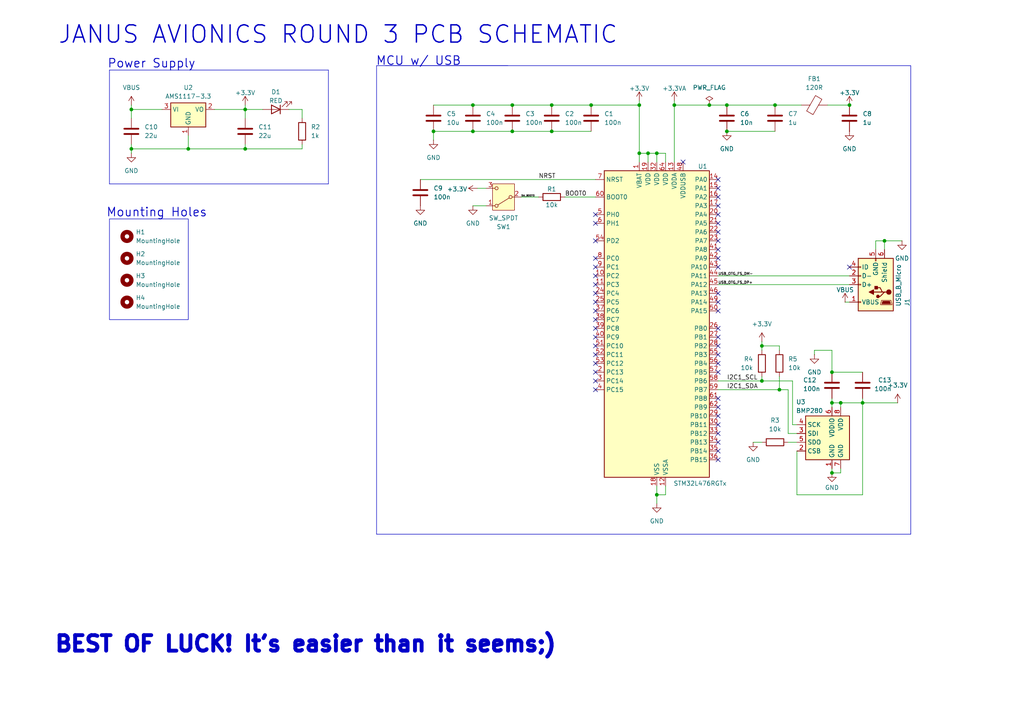
<source format=kicad_sch>
(kicad_sch (version 20250114) (generator "eeschema") (generator_version "9.0")
  (paper "A4")
  (lib_symbols
    (symbol "Connector:USB_B_Micro" (pin_names (offset 1.016))
      (property "Reference" "J" (at -5.08 11.43 0))
      (property "Value" "USB_B_Micro" (at -5.08 8.89 0))
      (symbol "USB_B_Micro_0_1"
        (rectangle (start -5.08 -7.62) (end 5.08 7.62) (stroke (width 0.254)) (fill (type background)))
        (polyline (pts (xy -4.699 5.842) (xy -4.699 5.588) (xy -4.445 4.826) (xy -4.445 4.572) (xy -1.651 4.572) (xy -1.651 4.826) (xy -1.397 5.588) (xy -1.397 5.842) (xy -4.699 5.842)))
        (polyline (pts (xy -4.318 5.588) (xy -1.778 5.588) (xy -2.032 4.826) (xy -4.064 4.826) (xy -4.318 5.588)) (fill (type outline)))
        (circle (center -3.81 2.159) (radius 0.635) (stroke (width 0.254)) (fill (type outline)))
        (polyline (pts (xy -3.175 2.159) (xy -2.54 2.159) (xy -1.27 3.429) (xy -0.635 3.429)) (stroke (width 0.254)))
        (polyline (pts (xy -2.54 2.159) (xy -1.905 2.159) (xy -1.27 0.889) (xy 0 0.889)) (stroke (width 0.254)))
        (polyline (pts (xy -1.905 2.159) (xy 0.635 2.159)) (stroke (width 0.254)))
        (circle (center -0.635 3.429) (radius 0.381) (stroke (width 0.254)) (fill (type outline)))
        (rectangle (start -0.127 -7.62) (end 0.127 -6.858))
        (rectangle (start 0.254 1.27) (end -0.508 0.508) (stroke (width 0.254)) (fill (type outline)))
        (polyline (pts (xy 0.635 2.794) (xy 0.635 1.524) (xy 1.905 2.159) (xy 0.635 2.794)) (stroke (width 0.254)) (fill (type outline)))
        (rectangle (start 5.08 4.953) (end 4.318 5.207))
        (rectangle (start 5.08 -0.127) (end 4.318 0.127))
        (rectangle (start 5.08 -2.667) (end 4.318 -2.413))
        (rectangle (start 5.08 -5.207) (end 4.318 -4.953))
      )
      (symbol "USB_B_Micro_1_1"
        (pin passive line (at -2.54 -10.16 90) (length 2.54) (name "Shield") (number "6"))
        (pin power_out line (at 0 -10.16 90) (length 2.54) (name "GND") (number "5"))
        (pin power_out line (at 7.62 5.08 180) (length 2.54) (name "VBUS") (number "1"))
        (pin bidirectional line (at 7.62 0 180) (length 2.54) (name "D+") (number "3"))
        (pin bidirectional line (at 7.62 -2.54 180) (length 2.54) (name "D-") (number "2"))
        (pin passive line (at 7.62 -5.08 180) (length 2.54) (name "ID") (number "4"))
      )
    )
    (symbol "Device:C" (pin_numbers (hide yes)) (pin_names (offset 0.254))
      (property "Reference" "C" (at 0.635 2.54 0))
      (property "Value" "C" (at 0.635 -2.54 0))
      (symbol "C_0_1"
        (polyline (pts (xy -2.032 0.762) (xy 2.032 0.762)) (stroke (width 0.508)))
        (polyline (pts (xy -2.032 -0.762) (xy 2.032 -0.762)) (stroke (width 0.508)))
      )
      (symbol "C_1_1"
        (pin passive line (at 0 3.81 270) (length 2.794) (name "~") (number "1"))
        (pin passive line (at 0 -3.81 90) (length 2.794) (name "~") (number "2"))
      )
    )
    (symbol "Device:FerriteBead" (pin_numbers (hide yes)) (pin_names (offset 0))
      (property "Reference" "FB" (at -3.81 0.635 90))
      (property "Value" "FerriteBead" (at 3.81 0 90))
      (symbol "FerriteBead_0_1"
        (polyline (pts (xy -2.7686 0.4064) (xy -1.7018 2.2606) (xy 2.7686 -0.3048) (xy 1.6764 -2.159) (xy -2.7686 0.4064)))
        (polyline (pts (xy 0 1.27) (xy 0 1.2954)))
        (polyline (pts (xy 0 -1.27) (xy 0 -1.2192)))
      )
      (symbol "FerriteBead_1_1"
        (pin passive line (at 0 3.81 270) (length 2.54) (name "~") (number "1"))
        (pin passive line (at 0 -3.81 90) (length 2.54) (name "~") (number "2"))
      )
    )
    (symbol "Device:LED" (pin_numbers (hide yes)) (pin_names (offset 1.016) (hide yes))
      (property "Reference" "D" (at 0 2.54 0))
      (property "Value" "LED" (at 0 -2.54 0))
      (symbol "LED_0_1"
        (polyline (pts (xy -3.048 -0.762) (xy -4.572 -2.286) (xy -3.81 -2.286) (xy -4.572 -2.286) (xy -4.572 -1.524)))
        (polyline (pts (xy -1.778 -0.762) (xy -3.302 -2.286) (xy -2.54 -2.286) (xy -3.302 -2.286) (xy -3.302 -1.524)))
        (polyline (pts (xy -1.27 0) (xy 1.27 0)))
        (polyline (pts (xy -1.27 -1.27) (xy -1.27 1.27)) (stroke (width 0.254)))
        (polyline (pts (xy 1.27 -1.27) (xy 1.27 1.27) (xy -1.27 0) (xy 1.27 -1.27)) (stroke (width 0.254)))
      )
      (symbol "LED_1_1"
        (pin passive line (at -3.81 0 0) (length 2.54) (name "K") (number "1"))
        (pin passive line (at 3.81 0 180) (length 2.54) (name "A") (number "2"))
      )
    )
    (symbol "Device:R" (pin_numbers (hide yes)) (pin_names (offset 0))
      (property "Reference" "R" (at 2.032 0 90))
      (property "Value" "R" (at 0 0 90))
      (symbol "R_0_1"
        (rectangle (start -1.016 -2.54) (end 1.016 2.54) (stroke (width 0.254)))
      )
      (symbol "R_1_1"
        (pin passive line (at 0 3.81 270) (length 1.27) (name "~") (number "1"))
        (pin passive line (at 0 -3.81 90) (length 1.27) (name "~") (number "2"))
      )
    )
    (symbol "MCU_ST_STM32L4:STM32L476RGTx"
      (property "Reference" "U" (at -15.24 46.99 0))
      (property "Value" "STM32L476RGTx" (at 10.16 46.99 0))
      (symbol "STM32L476RGTx_0_1"
        (rectangle (start -15.24 -43.18) (end 15.24 45.72) (stroke (width 0.254)) (fill (type background)))
      )
      (symbol "STM32L476RGTx_1_1"
        (pin input line (at -17.78 43.18 0) (length 2.54) (name "NRST") (number "7"))
        (pin input line (at -17.78 38.1 0) (length 2.54) (name "BOOT0") (number "60"))
        (pin bidirectional line (at -17.78 33.02 0) (length 2.54) (name "PH0") (number "5"))
        (pin bidirectional line (at -17.78 30.48 0) (length 2.54) (name "PH1") (number "6"))
        (pin bidirectional line (at -17.78 25.4 0) (length 2.54) (name "PD2") (number "54"))
        (pin bidirectional line (at -17.78 20.32 0) (length 2.54) (name "PC0") (number "8"))
        (pin bidirectional line (at -17.78 17.78 0) (length 2.54) (name "PC1") (number "9"))
        (pin bidirectional line (at -17.78 15.24 0) (length 2.54) (name "PC2") (number "10"))
        (pin bidirectional line (at -17.78 12.7 0) (length 2.54) (name "PC3") (number "11"))
        (pin bidirectional line (at -17.78 10.16 0) (length 2.54) (name "PC4") (number "24"))
        (pin bidirectional line (at -17.78 7.62 0) (length 2.54) (name "PC5") (number "25"))
        (pin bidirectional line (at -17.78 5.08 0) (length 2.54) (name "PC6") (number "37"))
        (pin bidirectional line (at -17.78 2.54 0) (length 2.54) (name "PC7") (number "38"))
        (pin bidirectional line (at -17.78 0 0) (length 2.54) (name "PC8") (number "39"))
        (pin bidirectional line (at -17.78 -2.54 0) (length 2.54) (name "PC9") (number "40"))
        (pin bidirectional line (at -17.78 -5.08 0) (length 2.54) (name "PC10") (number "51"))
        (pin bidirectional line (at -17.78 -7.62 0) (length 2.54) (name "PC11") (number "52"))
        (pin bidirectional line (at -17.78 -10.16 0) (length 2.54) (name "PC12") (number "53"))
        (pin bidirectional line (at -17.78 -12.7 0) (length 2.54) (name "PC13") (number "2"))
        (pin bidirectional line (at -17.78 -15.24 0) (length 2.54) (name "PC14") (number "3"))
        (pin bidirectional line (at -17.78 -17.78 0) (length 2.54) (name "PC15") (number "4"))
        (pin power_in line (at -5.08 48.26 270) (length 2.54) (name "VBAT") (number "1"))
        (pin power_in line (at -2.54 48.26 270) (length 2.54) (name "VDD") (number "19"))
        (pin power_in line (at 0 48.26 270) (length 2.54) (name "VDD") (number "32"))
        (pin power_in line (at 0 -45.72 90) (length 2.54) (name "VSS") (number "18"))
        (pin passive line (at 0 -45.72 90) (length 2.54) (hide yes) (name "VSS") (number "31"))
        (pin passive line (at 0 -45.72 90) (length 2.54) (hide yes) (name "VSS") (number "47"))
        (pin passive line (at 0 -45.72 90) (length 2.54) (hide yes) (name "VSS") (number "63"))
        (pin power_in line (at 2.54 48.26 270) (length 2.54) (name "VDD") (number "64"))
        (pin power_in line (at 2.54 -45.72 90) (length 2.54) (name "VSSA") (number "12"))
        (pin power_in line (at 5.08 48.26 270) (length 2.54) (name "VDDA") (number "13"))
        (pin power_in line (at 7.62 48.26 270) (length 2.54) (name "VDDUSB") (number "48"))
        (pin bidirectional line (at 17.78 43.18 180) (length 2.54) (name "PA0") (number "14"))
        (pin bidirectional line (at 17.78 40.64 180) (length 2.54) (name "PA1") (number "15"))
        (pin bidirectional line (at 17.78 38.1 180) (length 2.54) (name "PA2") (number "16"))
        (pin bidirectional line (at 17.78 35.56 180) (length 2.54) (name "PA3") (number "17"))
        (pin bidirectional line (at 17.78 33.02 180) (length 2.54) (name "PA4") (number "20"))
        (pin bidirectional line (at 17.78 30.48 180) (length 2.54) (name "PA5") (number "21"))
        (pin bidirectional line (at 17.78 27.94 180) (length 2.54) (name "PA6") (number "22"))
        (pin bidirectional line (at 17.78 25.4 180) (length 2.54) (name "PA7") (number "23"))
        (pin bidirectional line (at 17.78 22.86 180) (length 2.54) (name "PA8") (number "41"))
        (pin bidirectional line (at 17.78 20.32 180) (length 2.54) (name "PA9") (number "42"))
        (pin bidirectional line (at 17.78 17.78 180) (length 2.54) (name "PA10") (number "43"))
        (pin bidirectional line (at 17.78 15.24 180) (length 2.54) (name "PA11") (number "44"))
        (pin bidirectional line (at 17.78 12.7 180) (length 2.54) (name "PA12") (number "45"))
        (pin bidirectional line (at 17.78 10.16 180) (length 2.54) (name "PA13") (number "46"))
        (pin bidirectional line (at 17.78 7.62 180) (length 2.54) (name "PA14") (number "49"))
        (pin bidirectional line (at 17.78 5.08 180) (length 2.54) (name "PA15") (number "50"))
        (pin bidirectional line (at 17.78 0 180) (length 2.54) (name "PB0") (number "26"))
        (pin bidirectional line (at 17.78 -2.54 180) (length 2.54) (name "PB1") (number "27"))
        (pin bidirectional line (at 17.78 -5.08 180) (length 2.54) (name "PB2") (number "28"))
        (pin bidirectional line (at 17.78 -7.62 180) (length 2.54) (name "PB3") (number "55"))
        (pin bidirectional line (at 17.78 -10.16 180) (length 2.54) (name "PB4") (number "56"))
        (pin bidirectional line (at 17.78 -12.7 180) (length 2.54) (name "PB5") (number "57"))
        (pin bidirectional line (at 17.78 -15.24 180) (length 2.54) (name "PB6") (number "58"))
        (pin bidirectional line (at 17.78 -17.78 180) (length 2.54) (name "PB7") (number "59"))
        (pin bidirectional line (at 17.78 -20.32 180) (length 2.54) (name "PB8") (number "61"))
        (pin bidirectional line (at 17.78 -22.86 180) (length 2.54) (name "PB9") (number "62"))
        (pin bidirectional line (at 17.78 -25.4 180) (length 2.54) (name "PB10") (number "29"))
        (pin bidirectional line (at 17.78 -27.94 180) (length 2.54) (name "PB11") (number "30"))
        (pin bidirectional line (at 17.78 -30.48 180) (length 2.54) (name "PB12") (number "33"))
        (pin bidirectional line (at 17.78 -33.02 180) (length 2.54) (name "PB13") (number "34"))
        (pin bidirectional line (at 17.78 -35.56 180) (length 2.54) (name "PB14") (number "35"))
        (pin bidirectional line (at 17.78 -38.1 180) (length 2.54) (name "PB15") (number "36"))
      )
    )
    (symbol "Mechanical:MountingHole" (pin_names (offset 1.016)) (exclude_from_sim yes) (in_bom no)
      (property "Reference" "H" (at 0 5.08 0))
      (property "Value" "MountingHole" (at 0 3.175 0))
      (symbol "MountingHole_0_1"
        (circle (center 0 0) (radius 1.27) (stroke (width 1.27)))
      )
    )
    (symbol "Regulator_Linear:AMS1117-3.3"
      (property "Reference" "U" (at -3.81 3.175 0))
      (property "Value" "AMS1117-3.3" (at 0 3.175 0))
      (symbol "AMS1117-3.3_0_1"
        (rectangle (start -5.08 -5.08) (end 5.08 1.905) (stroke (width 0.254)) (fill (type background)))
      )
      (symbol "AMS1117-3.3_1_1"
        (pin power_in line (at -7.62 0 0) (length 2.54) (name "VI") (number "3"))
        (pin power_in line (at 0 -7.62 90) (length 2.54) (name "GND") (number "1"))
        (pin power_out line (at 7.62 0 180) (length 2.54) (name "VO") (number "2"))
      )
    )
    (symbol "Sensor_Pressure:BMP280"
      (property "Reference" "U" (at -7.62 10.16 0))
      (property "Value" "BMP280" (at 5.08 10.16 0))
      (symbol "BMP280_0_1"
        (rectangle (start -7.62 -5.08) (end 5.08 7.62) (stroke (width 0.254)) (fill (type background)))
      )
      (symbol "BMP280_1_1"
        (pin input line (at -10.16 5.08 0) (length 2.54) (name "SCK") (number "4"))
        (pin bidirectional line (at -10.16 2.54 0) (length 2.54) (name "SDI") (number "3"))
        (pin bidirectional line (at -10.16 0 0) (length 2.54) (name "SDO") (number "5"))
        (pin input line (at -10.16 -2.54 0) (length 2.54) (name "CSB") (number "2"))
        (pin power_in line (at 0 10.16 270) (length 2.54) (name "VDDIO") (number "6"))
        (pin power_in line (at 0 -7.62 90) (length 2.54) (name "GND") (number "1"))
        (pin power_in line (at 2.54 10.16 270) (length 2.54) (name "VDD") (number "8"))
        (pin power_in line (at 2.54 -7.62 90) (length 2.54) (name "GND") (number "7"))
      )
    )
    (symbol "Switch:SW_SPDT" (pin_names (offset 0) (hide yes))
      (property "Reference" "SW" (at 0 5.08 0))
      (property "Value" "SW_SPDT" (at 0 -5.08 0))
      (symbol "SW_SPDT_0_1"
        (circle (center -2.032 0) (radius 0.4572))
        (polyline (pts (xy -1.651 0.254) (xy 1.651 2.286)))
        (circle (center 2.032 2.54) (radius 0.4572))
        (circle (center 2.032 -2.54) (radius 0.4572))
      )
      (symbol "SW_SPDT_1_1"
        (rectangle (start -3.175 3.81) (end 3.175 -3.81) (fill (type background)))
        (pin passive line (at -5.08 0 0) (length 2.54) (name "B") (number "2"))
        (pin passive line (at 5.08 2.54 180) (length 2.54) (name "A") (number "1"))
        (pin passive line (at 5.08 -2.54 180) (length 2.54) (name "C") (number "3"))
      )
    )
    (symbol "power:+3.3V" (power) (pin_numbers (hide yes)) (pin_names (offset 0) (hide yes))
      (property "Value" "+3.3V" (at 0 3.556 0))
      (symbol "+3.3V_0_1"
        (polyline (pts (xy -0.762 1.27) (xy 0 2.54)))
        (polyline (pts (xy 0 2.54) (xy 0.762 1.27)))
        (polyline (pts (xy 0 0) (xy 0 2.54)))
      )
      (symbol "+3.3V_1_1"
        (pin power_in line (at 0 0 90) (length 0) (name "~") (number "1"))
      )
    )
    (symbol "power:+3.3VA" (power) (pin_numbers (hide yes)) (pin_names (offset 0) (hide yes))
      (property "Value" "+3.3VA" (at 0 3.556 0))
      (symbol "+3.3VA_0_1"
        (polyline (pts (xy -0.762 1.27) (xy 0 2.54)))
        (polyline (pts (xy 0 2.54) (xy 0.762 1.27)))
        (polyline (pts (xy 0 0) (xy 0 2.54)))
      )
      (symbol "+3.3VA_1_1"
        (pin power_in line (at 0 0 90) (length 0) (name "~") (number "1"))
      )
    )
    (symbol "power:GND" (power) (pin_numbers (hide yes)) (pin_names (offset 0) (hide yes))
      (property "Value" "GND" (at 0 -3.81 0))
      (symbol "GND_0_1"
        (polyline (pts (xy 0 0) (xy 0 -1.27) (xy 1.27 -1.27) (xy 0 -2.54) (xy -1.27 -1.27) (xy 0 -1.27)))
      )
      (symbol "GND_1_1"
        (pin power_in line (at 0 0 270) (length 0) (name "~") (number "1"))
      )
    )
    (symbol "power:PWR_FLAG" (power) (pin_numbers (hide yes)) (pin_names (offset 0) (hide yes))
      (property "Value" "PWR_FLAG" (at 0 3.81 0))
      (symbol "PWR_FLAG_0_0"
        (pin power_out line (at 0 0 90) (length 0) (name "~") (number "1"))
      )
      (symbol "PWR_FLAG_0_1"
        (polyline (pts (xy 0 0) (xy 0 1.27) (xy -1.016 1.905) (xy 0 2.54) (xy 1.016 1.905) (xy 0 1.27)))
      )
    )
    (symbol "power:VBUS" (power) (pin_numbers (hide yes)) (pin_names (offset 0) (hide yes))
      (property "Value" "VBUS" (at 0 3.556 0))
      (symbol "VBUS_0_1"
        (polyline (pts (xy -0.762 1.27) (xy 0 2.54)))
        (polyline (pts (xy 0 2.54) (xy 0.762 1.27)))
        (polyline (pts (xy 0 0) (xy 0 2.54)))
      )
      (symbol "VBUS_1_1"
        (pin power_in line (at 0 0 90) (length 0) (name "~") (number "1"))
      )
    )
  )
  (rectangle (start 31.75 63.5) (end 54.61 92.71))
  (text "Mounting Holes\n" (at 45.466 61.722 0) (effects (font (size 2.5 2.5) (thickness 0.254) (bold yes))))
  (text "JANUS AVIONICS ROUND 3 PCB SCHEMATIC" (at 98.044 10.16 0) (effects (font (size 5 5) (thickness 0.4) (bold yes))))
  (text "BEST OF LUCK! It's easier than it seems;)\n" (at 88.646 186.944 0) (effects (font (size 4.5 4.5) (thickness 1.2) (bold yes))))
  (text "MCU w/ USB" (at 121.412 17.78 0) (effects (font (size 2.5 2.5) (thickness 0.254) (bold yes))))
  (text "Power Supply\n" (at 43.942 18.542 0) (effects (font (size 2.5 2.5) (thickness 0.254) (bold yes))))
  (junction (at 171.45 30.48))
  (junction (at 185.42 44.45))
  (junction (at 250.19 116.84))
  (junction (at 241.3 107.95))
  (junction (at 210.82 38.1))
  (junction (at 241.3 116.84))
  (junction (at 160.02 30.48))
  (junction (at 137.16 30.48))
  (junction (at 190.5 44.45))
  (junction (at 243.84 116.84))
  (junction (at 224.79 30.48))
  (junction (at 220.98 100.33))
  (junction (at 148.59 30.48))
  (junction (at 71.12 31.75))
  (junction (at 210.82 30.48))
  (junction (at 185.42 30.48))
  (junction (at 148.59 38.1))
  (junction (at 190.5 143.51))
  (junction (at 38.1 31.75))
  (junction (at 195.58 30.48))
  (junction (at 187.96 44.45))
  (junction (at 241.3 137.16))
  (junction (at 205.74 30.48))
  (junction (at 246.38 30.48))
  (junction (at 71.12 43.18))
  (junction (at 125.73 38.1))
  (junction (at 160.02 38.1))
  (junction (at 226.06 113.03))
  (junction (at 137.16 38.1))
  (junction (at 256.54 69.85))
  (junction (at 38.1 43.18))
  (junction (at 54.61 43.18))
  (junction (at 220.98 110.49))
  (no_connect (at 208.28 87.63))
  (no_connect (at 208.28 102.87))
  (no_connect (at 208.28 62.23))
  (no_connect (at 172.72 80.01))
  (no_connect (at 208.28 123.19))
  (no_connect (at 208.28 90.17))
  (no_connect (at 208.28 125.73))
  (no_connect (at 172.72 102.87))
  (no_connect (at 208.28 105.41))
  (no_connect (at 208.28 64.77))
  (no_connect (at 172.72 110.49))
  (no_connect (at 208.28 95.25))
  (no_connect (at 208.28 77.47))
  (no_connect (at 208.28 72.39))
  (no_connect (at 172.72 90.17))
  (no_connect (at 208.28 133.35))
  (no_connect (at 208.28 107.95))
  (no_connect (at 172.72 82.55))
  (no_connect (at 172.72 97.79))
  (no_connect (at 208.28 118.11))
  (no_connect (at 172.72 105.41))
  (no_connect (at 172.72 77.47))
  (no_connect (at 172.72 69.85))
  (no_connect (at 208.28 59.69))
  (no_connect (at 198.12 46.99))
  (no_connect (at 208.28 120.65))
  (no_connect (at 208.28 57.15))
  (no_connect (at 208.28 74.93))
  (no_connect (at 208.28 100.33))
  (no_connect (at 208.28 130.81))
  (no_connect (at 246.38 77.47))
  (no_connect (at 172.72 74.93))
  (no_connect (at 172.72 87.63))
  (no_connect (at 172.72 85.09))
  (no_connect (at 172.72 100.33))
  (no_connect (at 208.28 97.79))
  (no_connect (at 172.72 113.03))
  (no_connect (at 172.72 64.77))
  (no_connect (at 208.28 128.27))
  (no_connect (at 172.72 107.95))
  (no_connect (at 208.28 67.31))
  (no_connect (at 172.72 62.23))
  (no_connect (at 208.28 52.07))
  (no_connect (at 172.72 92.71))
  (no_connect (at 172.72 95.25))
  (no_connect (at 208.28 54.61))
  (no_connect (at 208.28 115.57))
  (no_connect (at 208.28 69.85))
  (no_connect (at 208.28 85.09))
  (wire (pts (xy 241.3 116.84) (xy 243.84 116.84)))
  (polyline (pts (xy 31.75 53.34) (xy 95.25 53.34)))
  (wire (pts (xy 220.98 100.33) (xy 226.06 100.33)))
  (wire (pts (xy 205.74 30.48) (xy 210.82 30.48)))
  (wire (pts (xy 254 69.85) (xy 256.54 69.85)))
  (wire (pts (xy 241.3 101.6) (xy 241.3 107.95)))
  (wire (pts (xy 160.02 38.1) (xy 171.45 38.1)))
  (wire (pts (xy 243.84 116.84) (xy 250.19 116.84)))
  (wire (pts (xy 224.79 30.48) (xy 232.41 30.48)))
  (wire (pts (xy 148.59 30.48) (xy 160.02 30.48)))
  (wire (pts (xy 38.1 30.48) (xy 38.1 31.75)))
  (polyline (pts (xy 109.22 154.94) (xy 109.22 19.05)))
  (wire (pts (xy 190.5 44.45) (xy 193.04 44.45)))
  (wire (pts (xy 195.58 30.48) (xy 195.58 46.99)))
  (wire (pts (xy 87.63 31.75) (xy 87.63 34.29)))
  (wire (pts (xy 38.1 41.91) (xy 38.1 43.18)))
  (wire (pts (xy 71.12 31.75) (xy 76.2 31.75)))
  (wire (pts (xy 54.61 39.37) (xy 54.61 43.18)))
  (wire (pts (xy 87.63 41.91) (xy 87.63 43.18)))
  (polyline (pts (xy 109.22 19.05) (xy 147.32 19.05)))
  (wire (pts (xy 185.42 44.45) (xy 187.96 44.45)))
  (wire (pts (xy 229.87 123.19) (xy 231.14 123.19)))
  (wire (pts (xy 193.04 140.97) (xy 193.04 143.51)))
  (wire (pts (xy 245.11 87.63) (xy 246.38 87.63)))
  (wire (pts (xy 193.04 46.99) (xy 193.04 44.45)))
  (polyline (pts (xy 31.75 20.32) (xy 95.25 20.32)))
  (wire (pts (xy 171.45 30.48) (xy 185.42 30.48)))
  (wire (pts (xy 137.16 59.69) (xy 140.97 59.69)))
  (wire (pts (xy 228.6 125.73) (xy 228.6 113.03)))
  (wire (pts (xy 83.82 31.75) (xy 87.63 31.75)))
  (wire (pts (xy 38.1 31.75) (xy 46.99 31.75)))
  (polyline (pts (xy 264.16 19.05) (xy 264.16 154.94)))
  (polyline (pts (xy 111.76 19.05) (xy 264.16 19.05)))
  (wire (pts (xy 193.04 143.51) (xy 190.5 143.51)))
  (wire (pts (xy 243.84 116.84) (xy 243.84 118.11)))
  (wire (pts (xy 54.61 43.18) (xy 71.12 43.18)))
  (wire (pts (xy 220.98 99.06) (xy 220.98 100.33)))
  (wire (pts (xy 228.6 125.73) (xy 231.14 125.73)))
  (wire (pts (xy 218.44 128.27) (xy 220.98 128.27)))
  (wire (pts (xy 208.28 82.55) (xy 246.38 82.55)))
  (wire (pts (xy 38.1 43.18) (xy 54.61 43.18)))
  (wire (pts (xy 71.12 30.48) (xy 71.12 31.75)))
  (wire (pts (xy 210.82 38.1) (xy 224.79 38.1)))
  (wire (pts (xy 138.43 54.61) (xy 140.97 54.61)))
  (wire (pts (xy 241.3 116.84) (xy 241.3 118.11)))
  (wire (pts (xy 228.6 113.03) (xy 226.06 113.03)))
  (wire (pts (xy 220.98 100.33) (xy 220.98 101.6)))
  (wire (pts (xy 151.13 57.15) (xy 156.21 57.15)))
  (wire (pts (xy 236.22 101.6) (xy 241.3 101.6)))
  (wire (pts (xy 241.3 137.16) (xy 243.84 137.16)))
  (wire (pts (xy 71.12 31.75) (xy 71.12 34.29)))
  (wire (pts (xy 190.5 143.51) (xy 190.5 146.05)))
  (wire (pts (xy 148.59 38.1) (xy 160.02 38.1)))
  (wire (pts (xy 240.03 30.48) (xy 246.38 30.48)))
  (wire (pts (xy 163.83 57.15) (xy 172.72 57.15)))
  (wire (pts (xy 195.58 30.48) (xy 205.74 30.48)))
  (wire (pts (xy 231.14 130.81) (xy 231.14 143.51)))
  (wire (pts (xy 190.5 46.99) (xy 190.5 44.45)))
  (wire (pts (xy 254 72.39) (xy 254 69.85)))
  (wire (pts (xy 185.42 29.21) (xy 185.42 30.48)))
  (wire (pts (xy 241.3 115.57) (xy 241.3 116.84)))
  (wire (pts (xy 195.58 29.21) (xy 195.58 30.48)))
  (wire (pts (xy 210.82 30.48) (xy 224.79 30.48)))
  (wire (pts (xy 38.1 34.29) (xy 38.1 31.75)))
  (wire (pts (xy 220.98 110.49) (xy 208.28 110.49)))
  (wire (pts (xy 236.22 102.87) (xy 236.22 101.6)))
  (wire (pts (xy 137.16 38.1) (xy 148.59 38.1)))
  (wire (pts (xy 125.73 38.1) (xy 125.73 40.64)))
  (wire (pts (xy 226.06 109.22) (xy 226.06 113.03)))
  (wire (pts (xy 241.3 107.95) (xy 250.19 107.95)))
  (wire (pts (xy 256.54 69.85) (xy 256.54 72.39)))
  (wire (pts (xy 241.3 135.89) (xy 241.3 137.16)))
  (wire (pts (xy 190.5 140.97) (xy 190.5 143.51)))
  (wire (pts (xy 125.73 38.1) (xy 137.16 38.1)))
  (polyline (pts (xy 31.75 20.32) (xy 31.75 53.34)))
  (wire (pts (xy 187.96 44.45) (xy 190.5 44.45)))
  (wire (pts (xy 250.19 115.57) (xy 250.19 116.84)))
  (wire (pts (xy 137.16 30.48) (xy 148.59 30.48)))
  (wire (pts (xy 38.1 44.45) (xy 38.1 43.18)))
  (wire (pts (xy 62.23 31.75) (xy 71.12 31.75)))
  (wire (pts (xy 185.42 44.45) (xy 185.42 46.99)))
  (polyline (pts (xy 264.16 154.94) (xy 109.22 154.94)))
  (wire (pts (xy 121.92 52.07) (xy 172.72 52.07)))
  (wire (pts (xy 226.06 100.33) (xy 226.06 101.6)))
  (wire (pts (xy 185.42 30.48) (xy 185.42 44.45)))
  (wire (pts (xy 220.98 109.22) (xy 220.98 110.49)))
  (polyline (pts (xy 95.25 20.32) (xy 95.25 53.34)))
  (wire (pts (xy 250.19 143.51) (xy 250.19 116.84)))
  (wire (pts (xy 229.87 123.19) (xy 229.87 110.49)))
  (wire (pts (xy 226.06 113.03) (xy 208.28 113.03)))
  (wire (pts (xy 243.84 135.89) (xy 243.84 137.16)))
  (wire (pts (xy 87.63 43.18) (xy 71.12 43.18)))
  (wire (pts (xy 229.87 110.49) (xy 220.98 110.49)))
  (wire (pts (xy 71.12 41.91) (xy 71.12 43.18)))
  (wire (pts (xy 160.02 30.48) (xy 171.45 30.48)))
  (wire (pts (xy 231.14 143.51) (xy 250.19 143.51)))
  (wire (pts (xy 208.28 80.01) (xy 246.38 80.01)))
  (wire (pts (xy 260.35 116.84) (xy 250.19 116.84)))
  (wire (pts (xy 187.96 46.99) (xy 187.96 44.45)))
  (wire (pts (xy 256.54 69.85) (xy 261.62 69.85)))
  (wire (pts (xy 228.6 128.27) (xy 231.14 128.27)))
  (wire (pts (xy 125.73 30.48) (xy 137.16 30.48)))
  (label "I2C1_SCL" (at 210.82 110.49 0))
  (label "NRST" (at 156.21 52.07 0))
  (label "SW_BOOT0" (at 151.13 57.15 0) (effects (font (size 0.5 0.5))))
  (label "I2C1_SDA" (at 210.82 113.03 0))
  (label "USB_OTG_FS_DP+" (at 208.28 82.55 0) (effects (font (size 0.75 0.75))))
  (label "USB_OTG_FS_DM-" (at 208.28 80.01 0) (effects (font (size 0.75 0.75))))
  (label "BOOT0" (at 163.83 57.15 0))
  (symbol (lib_id "Device:R") (at 160.02 57.15 90) (unit 1)
    (property "Reference" "R1" (at 160.02 54.864 90))
    (property "Value" "10k" (at 160.02 59.436 90))
    (property "Footprint" "Resistor_SMD:R_0402_1005Metric" (effects (hide yes)))
    (property "Description" "Resistor" (effects (hide yes)))
  )
  (symbol (lib_id "power:GND") (at 218.44 128.27 0) (unit 1)
    (property "Reference" "#PWR013" (effects (hide yes)))
    (property "Value" "GND" (at 218.44 133.35 0))
    (property "Description" "Power symbol creates a global label with name \"GND\" , ground" (effects (hide yes)))
  )
  (symbol (lib_id "Regulator_Linear:AMS1117-3.3") (at 54.61 31.75 0) (unit 1)
    (property "Reference" "U2" (at 54.61 25.4 0))
    (property "Value" "AMS1117-3.3" (at 54.61 27.94 0))
    (property "Footprint" "Package_TO_SOT_SMD:SOT-223-3_TabPin2" (effects (hide yes)))
    (property "Datasheet" "http://www.advanced-monolithic.com/pdf/ds1117.pdf" (effects (hide yes)))
    (property "Description" "1A Low Dropout regulator, positive, 3.3V fixed output, SOT-223" (effects (hide yes)))
  )
  (symbol (lib_id "Device:C") (at 210.82 34.29 0) (unit 1)
    (property "Reference" "C6" (at 214.63 33.0199 0) (effects (justify left)))
    (property "Value" "10n" (at 214.63 35.5599 0) (effects (justify left)))
    (property "Footprint" "Capacitor_SMD:C_0402_1005Metric" (effects (hide yes)))
    (property "Description" "Unpolarized capacitor" (effects (hide yes)))
  )
  (symbol (lib_id "Device:C") (at 148.59 34.29 0) (unit 1)
    (property "Reference" "C3" (at 152.4 33.0199 0) (effects (justify left)))
    (property "Value" "100n" (at 152.4 35.5599 0) (effects (justify left)))
    (property "Footprint" "Capacitor_SMD:C_0402_1005Metric" (effects (hide yes)))
    (property "Description" "Unpolarized capacitor" (effects (hide yes)))
  )
  (symbol (lib_id "Device:C") (at 171.45 34.29 0) (unit 1)
    (property "Reference" "C1" (at 175.26 33.0199 0) (effects (justify left)))
    (property "Value" "100n" (at 175.26 35.5599 0) (effects (justify left)))
    (property "Footprint" "Capacitor_SMD:C_0402_1005Metric" (effects (hide yes)))
    (property "Description" "Unpolarized capacitor" (effects (hide yes)))
  )
  (symbol (lib_id "Device:R") (at 226.06 105.41 180) (unit 1)
    (property "Reference" "R5" (at 228.6 104.1399 0) (effects (justify right)))
    (property "Value" "10k" (at 228.6 106.6799 0) (effects (justify right)))
    (property "Footprint" "Resistor_SMD:R_0402_1005Metric" (effects (hide yes)))
    (property "Description" "Resistor" (effects (hide yes)))
  )
  (symbol (lib_id "power:GND") (at 246.38 38.1 0) (unit 1)
    (property "Reference" "#PWR07" (effects (hide yes)))
    (property "Value" "GND" (at 246.38 43.18 0))
    (property "Description" "Power symbol creates a global label with name \"GND\" , ground" (effects (hide yes)))
  )
  (symbol (lib_id "power:VBUS") (at 38.1 30.48 0) (unit 1)
    (property "Reference" "#PWR016" (effects (hide yes)))
    (property "Value" "VBUS" (at 38.1 25.4 0))
    (property "Description" "Power symbol creates a global label with name \"VBUS\"" (effects (hide yes)))
  )
  (symbol (lib_id "Sensor_Pressure:BMP280") (at 241.3 128.27 0) (unit 1)
    (property "Reference" "U3" (at 230.886 116.586 0) (effects (justify left)))
    (property "Value" "BMP280" (at 230.886 119.126 0) (effects (justify left)))
    (property "Footprint" "Package_LGA:Bosch_LGA-8_2x2.5mm_P0.65mm_ClockwisePinNumbering" (effects (hide yes)))
    (property "Datasheet" "https://ae-bst.resource.bosch.com/media/_tech/media/datasheets/BST-BMP280-DS001.pdf" (effects (hide yes)))
    (property "Description" "Absolute Barometric Pressure Sensor, LGA-8" (effects (hide yes)))
  )
  (symbol (lib_id "power:GND") (at 210.82 38.1 0) (unit 1)
    (property "Reference" "#PWR06" (effects (hide yes)))
    (property "Value" "GND" (at 210.82 43.18 0))
    (property "Description" "Power symbol creates a global label with name \"GND\" , ground" (effects (hide yes)))
  )
  (symbol (lib_id "power:+3.3V") (at 138.43 54.61 90) (unit 1)
    (property "Reference" "#PWR010" (effects (hide yes)))
    (property "Value" "+3.3V" (at 132.588 54.864 90))
    (property "Description" "Power symbol creates a global label with name \"+3.3V\"" (effects (hide yes)))
  )
  (symbol (lib_id "power:+3.3V") (at 71.12 30.48 0) (unit 1)
    (property "Reference" "#PWR017" (effects (hide yes)))
    (property "Value" "+3.3V" (at 71.12 26.924 0))
    (property "Description" "Power symbol creates a global label with name \"+3.3V\"" (effects (hide yes)))
  )
  (symbol (lib_id "power:GND") (at 190.5 146.05 0) (unit 1)
    (property "Reference" "#PWR01" (effects (hide yes)))
    (property "Value" "GND" (at 190.5 151.13 0))
    (property "Description" "Power symbol creates a global label with name \"GND\" , ground" (effects (hide yes)))
  )
  (symbol (lib_id "Mechanical:MountingHole") (at 36.83 87.63 0) (unit 1) (exclude_from_sim yes) (in_bom no)
    (property "Reference" "H4" (at 39.37 86.3599 0) (effects (justify left)))
    (property "Value" "MountingHole" (at 39.37 88.8999 0) (effects (justify left)))
    (property "Footprint" "MountingHole:MountingHole_2.2mm_M2" (effects (hide yes)))
    (property "Description" "Mounting Hole without connection" (effects (hide yes)))
  )
  (symbol (lib_id "Switch:SW_SPDT") (at 146.05 57.15 180) (unit 1)
    (property "Reference" "SW1" (at 146.05 65.786 0))
    (property "Value" "SW_SPDT" (at 146.05 63.246 0))
    (property "Footprint" "Button_Switch_SMD:SW_SPDT_PCM12" (effects (hide yes)))
    (property "Description" "Switch, single pole double throw" (effects (hide yes)))
  )
  (symbol (lib_id "power:GND") (at 38.1 44.45 0) (unit 1)
    (property "Reference" "#PWR015" (effects (hide yes)))
    (property "Value" "GND" (at 38.1 49.53 0))
    (property "Description" "Power symbol creates a global label with name \"GND\" , ground" (effects (hide yes)))
  )
  (symbol (lib_id "power:+3.3V") (at 260.35 116.84 0) (unit 1)
    (property "Reference" "#PWR014" (effects (hide yes)))
    (property "Value" "+3.3V" (at 260.35 111.76 0))
    (property "Description" "Power symbol creates a global label with name \"+3.3V\"" (effects (hide yes)))
  )
  (symbol (lib_id "Device:C") (at 137.16 34.29 0) (unit 1)
    (property "Reference" "C4" (at 140.97 33.0199 0) (effects (justify left)))
    (property "Value" "100n" (at 140.97 35.5599 0) (effects (justify left)))
    (property "Footprint" "Capacitor_SMD:C_0402_1005Metric" (effects (hide yes)))
    (property "Description" "Unpolarized capacitor" (effects (hide yes)))
  )
  (symbol (lib_id "Connector:USB_B_Micro") (at 254 82.55 180) (unit 1)
    (property "Reference" "J1" (at 263.144 88.9 90) (effects (justify right)))
    (property "Value" "USB_B_Micro" (at 260.604 88.9 90) (effects (justify right)))
    (property "Footprint" "Connector_USB:USB_Micro-B_Wuerth_629105150521" (effects (hide yes)))
    (property "Description" "USB Micro Type B connector" (effects (hide yes)))
  )
  (symbol (lib_id "Device:C") (at 125.73 34.29 0) (unit 1)
    (property "Reference" "C5" (at 129.54 33.0199 0) (effects (justify left)))
    (property "Value" "10u" (at 129.54 35.5599 0) (effects (justify left)))
    (property "Footprint" "Capacitor_SMD:C_0603_1608Metric" (effects (hide yes)))
    (property "Description" "Unpolarized capacitor" (effects (hide yes)))
  )
  (symbol (lib_id "power:GND") (at 236.22 102.87 0) (unit 1)
    (property "Reference" "#PWR019" (effects (hide yes)))
    (property "Value" "GND" (at 236.22 107.95 0))
    (property "Description" "Power symbol creates a global label with name \"GND\" , ground" (effects (hide yes)))
  )
  (symbol (lib_id "power:GND") (at 261.62 69.85 0) (unit 1)
    (property "Reference" "#PWR022" (effects (hide yes)))
    (property "Value" "GND" (at 261.62 74.93 0))
    (property "Description" "Power symbol creates a global label with name \"GND\" , ground" (effects (hide yes)))
  )
  (symbol (lib_id "power:GND") (at 121.92 59.69 0) (unit 1)
    (property "Reference" "#PWR08" (effects (hide yes)))
    (property "Value" "GND" (at 121.92 64.77 0))
    (property "Description" "Power symbol creates a global label with name \"GND\" , ground" (effects (hide yes)))
  )
  (symbol (lib_id "Device:C") (at 241.3 111.76 0) (unit 1)
    (property "Reference" "C12" (at 232.918 110.236 0) (effects (justify left)))
    (property "Value" "100n" (at 232.918 112.776 0) (effects (justify left)))
    (property "Footprint" "Capacitor_SMD:C_0402_1005Metric" (effects (hide yes)))
    (property "Description" "Unpolarized capacitor" (effects (hide yes)))
  )
  (symbol (lib_id "MCU_ST_STM32L4:STM32L476RGTx") (at 190.5 95.25 0) (unit 1)
    (property "Reference" "U1" (at 202.438 48.26 0) (effects (justify left)))
    (property "Value" "STM32L476RGTx" (at 195.326 140.208 0) (effects (justify left)))
    (property "Footprint" "Package_QFP:LQFP-64_10x10mm_P0.5mm" (effects (hide yes)))
    (property "Datasheet" "https://www.st.com/resource/en/datasheet/stm32l476rg.pdf" (effects (hide yes)))
    (property "Description" "STMicroelectronics Arm Cortex-M4 MCU, 1024KB flash, 128KB RAM, 80 MHz, 1.71-3.6V, 51 GPIO, LQFP64" (effects (hide yes)))
  )
  (symbol (lib_id "Device:R") (at 220.98 105.41 0) (mirror x) (unit 1)
    (property "Reference" "R4" (at 218.44 104.1399 0) (effects (justify right)))
    (property "Value" "10k" (at 218.44 106.6799 0) (effects (justify right)))
    (property "Footprint" "Resistor_SMD:R_0402_1005Metric" (effects (hide yes)))
    (property "Description" "Resistor" (effects (hide yes)))
  )
  (symbol (lib_id "power:GND") (at 125.73 40.64 0) (unit 1)
    (property "Reference" "#PWR03" (effects (hide yes)))
    (property "Value" "GND" (at 125.73 45.72 0))
    (property "Description" "Power symbol creates a global label with name \"GND\" , ground" (effects (hide yes)))
  )
  (symbol (lib_id "power:GND") (at 241.3 137.16 0) (unit 1)
    (property "Reference" "#PWR018" (effects (hide yes)))
    (property "Value" "GND" (at 241.3 141.4156 0))
    (property "Description" "Power symbol creates a global label with name \"GND\" , ground" (effects (hide yes)))
  )
  (symbol (lib_id "power:+3.3VA") (at 195.58 29.21 0) (unit 1)
    (property "Reference" "#PWR04" (effects (hide yes)))
    (property "Value" "+3.3VA" (at 195.58 25.654 0))
    (property "Description" "Power symbol creates a global label with name \"+3.3VA\"" (effects (hide yes)))
  )
  (symbol (lib_id "Device:LED") (at 80.01 31.75 180) (unit 1)
    (property "Reference" "D1" (at 80.01 26.67 0))
    (property "Value" "RED" (at 80.01 29.21 0))
    (property "Footprint" "LED_SMD:LED_0603_1608Metric" (effects (hide yes)))
    (property "Description" "Light emitting diode" (effects (hide yes)))
  )
  (symbol (lib_id "Device:R") (at 224.79 128.27 90) (unit 1)
    (property "Reference" "R3" (at 224.79 121.92 90))
    (property "Value" "10k" (at 224.79 124.46 90))
    (property "Footprint" "Resistor_SMD:R_0402_1005Metric" (effects (hide yes)))
    (property "Description" "Resistor" (effects (hide yes)))
  )
  (symbol (lib_id "Device:C") (at 246.38 34.29 0) (unit 1)
    (property "Reference" "C8" (at 250.19 33.0199 0) (effects (justify left)))
    (property "Value" "1u" (at 250.19 35.5599 0) (effects (justify left)))
    (property "Footprint" "Capacitor_SMD:C_0402_1005Metric" (effects (hide yes)))
    (property "Description" "Unpolarized capacitor" (effects (hide yes)))
  )
  (symbol (lib_id "Device:R") (at 87.63 38.1 0) (unit 1)
    (property "Reference" "R2" (at 90.17 36.8299 0) (effects (justify left)))
    (property "Value" "1k" (at 90.17 39.3699 0) (effects (justify left)))
    (property "Footprint" "Resistor_SMD:R_0402_1005Metric" (effects (hide yes)))
    (property "Description" "Resistor" (effects (hide yes)))
  )
  (symbol (lib_id "Device:C") (at 224.79 34.29 0) (unit 1)
    (property "Reference" "C7" (at 228.6 33.0199 0) (effects (justify left)))
    (property "Value" "1u" (at 228.6 35.5599 0) (effects (justify left)))
    (property "Footprint" "Capacitor_SMD:C_0402_1005Metric" (effects (hide yes)))
    (property "Description" "Unpolarized capacitor" (effects (hide yes)))
  )
  (symbol (lib_id "Device:C") (at 250.19 111.76 0) (mirror y) (unit 1)
    (property "Reference" "C13" (at 258.572 110.236 0) (effects (justify left)))
    (property "Value" "100n" (at 258.572 112.776 0) (effects (justify left)))
    (property "Footprint" "Capacitor_SMD:C_0402_1005Metric" (effects (hide yes)))
    (property "Description" "Unpolarized capacitor" (effects (hide yes)))
  )
  (symbol (lib_id "Device:C") (at 71.12 38.1 0) (unit 1)
    (property "Reference" "C11" (at 74.93 36.8299 0) (effects (justify left)))
    (property "Value" "22u" (at 74.93 39.3699 0) (effects (justify left)))
    (property "Footprint" "Capacitor_SMD:C_0805_2012Metric" (effects (hide yes)))
    (property "Description" "Unpolarized capacitor" (effects (hide yes)))
  )
  (symbol (lib_id "Device:C") (at 160.02 34.29 0) (unit 1)
    (property "Reference" "C2" (at 163.83 33.0199 0) (effects (justify left)))
    (property "Value" "100n" (at 163.83 35.5599 0) (effects (justify left)))
    (property "Footprint" "Capacitor_SMD:C_0402_1005Metric" (effects (hide yes)))
    (property "Description" "Unpolarized capacitor" (effects (hide yes)))
  )
  (symbol (lib_id "power:+3.3V") (at 185.42 29.21 0) (unit 1)
    (property "Reference" "#PWR02" (effects (hide yes)))
    (property "Value" "+3.3V" (at 185.42 25.654 0))
    (property "Description" "Power symbol creates a global label with name \"+3.3V\"" (effects (hide yes)))
  )
  (symbol (lib_id "power:VBUS") (at 245.11 87.63 0) (unit 1)
    (property "Reference" "#PWR012" (effects (hide yes)))
    (property "Value" "VBUS" (at 242.57 84.074 0) (effects (justify left)))
    (property "Description" "Power symbol creates a global label with name \"VBUS\"" (effects (hide yes)))
  )
  (symbol (lib_id "Device:FerriteBead") (at 236.22 30.48 90) (unit 1)
    (property "Reference" "FB1" (at 236.1692 22.86 90))
    (property "Value" "120R" (at 236.1692 25.4 90))
    (property "Footprint" "Inductor_SMD:L_0603_1608Metric" (effects (hide yes)))
    (property "Description" "Ferrite bead" (effects (hide yes)))
  )
  (symbol (lib_id "Mechanical:MountingHole") (at 36.83 68.58 0) (unit 1) (exclude_from_sim yes) (in_bom no)
    (property "Reference" "H1" (at 39.37 67.3099 0) (effects (justify left)))
    (property "Value" "MountingHole" (at 39.37 69.8499 0) (effects (justify left)))
    (property "Footprint" "MountingHole:MountingHole_2.2mm_M2" (effects (hide yes)))
    (property "Description" "Mounting Hole without connection" (effects (hide yes)))
  )
  (symbol (lib_id "Device:C") (at 121.92 55.88 0) (unit 1)
    (property "Reference" "C9" (at 125.73 54.6099 0) (effects (justify left)))
    (property "Value" "100n" (at 125.73 57.1499 0) (effects (justify left)))
    (property "Footprint" "Capacitor_SMD:C_0402_1005Metric" (effects (hide yes)))
    (property "Description" "Unpolarized capacitor" (effects (hide yes)))
  )
  (symbol (lib_id "power:GND") (at 137.16 59.69 0) (unit 1)
    (property "Reference" "#PWR09" (effects (hide yes)))
    (property "Value" "GND" (at 137.16 64.77 0))
    (property "Description" "Power symbol creates a global label with name \"GND\" , ground" (effects (hide yes)))
  )
  (symbol (lib_id "power:PWR_FLAG") (at 205.74 30.48 0) (unit 1)
    (property "Reference" "#FLG01" (effects (hide yes)))
    (property "Value" "PWR_FLAG" (at 205.74 25.4 0))
    (property "Description" "Special symbol for telling ERC where power comes from" (effects (hide yes)))
  )
  (symbol (lib_id "power:+3.3V") (at 246.38 30.48 0) (unit 1)
    (property "Reference" "#PWR05" (effects (hide yes)))
    (property "Value" "+3.3V" (at 246.38 26.924 0))
    (property "Description" "Power symbol creates a global label with name \"+3.3V\"" (effects (hide yes)))
  )
  (symbol (lib_id "Mechanical:MountingHole") (at 36.83 74.93 0) (unit 1) (exclude_from_sim yes) (in_bom no)
    (property "Reference" "H2" (at 39.37 73.6599 0) (effects (justify left)))
    (property "Value" "MountingHole" (at 39.37 76.1999 0) (effects (justify left)))
    (property "Footprint" "MountingHole:MountingHole_2.2mm_M2" (effects (hide yes)))
    (property "Description" "Mounting Hole without connection" (effects (hide yes)))
  )
  (symbol (lib_id "power:+3.3V") (at 220.98 99.06 0) (unit 1)
    (property "Reference" "#PWR020" (effects (hide yes)))
    (property "Value" "+3.3V" (at 220.98 93.98 0))
    (property "Description" "Power symbol creates a global label with name \"+3.3V\"" (effects (hide yes)))
  )
  (symbol (lib_id "Device:C") (at 38.1 38.1 0) (unit 1)
    (property "Reference" "C10" (at 41.91 36.8299 0) (effects (justify left)))
    (property "Value" "22u" (at 41.91 39.3699 0) (effects (justify left)))
    (property "Footprint" "Capacitor_SMD:C_0805_2012Metric" (effects (hide yes)))
    (property "Description" "Unpolarized capacitor" (effects (hide yes)))
  )
  (symbol (lib_id "Mechanical:MountingHole") (at 36.83 81.28 0) (unit 1) (exclude_from_sim yes) (in_bom no)
    (property "Reference" "H3" (at 39.37 80.0099 0) (effects (justify left)))
    (property "Value" "MountingHole" (at 39.37 82.5499 0) (effects (justify left)))
    (property "Footprint" "MountingHole:MountingHole_2.2mm_M2" (effects (hide yes)))
    (property "Description" "Mounting Hole without connection" (effects (hide yes)))
  )
)
</source>
